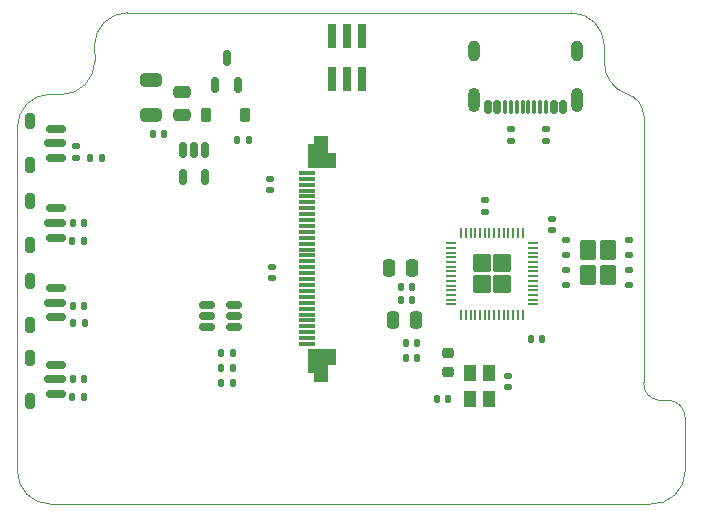
<source format=gbr>
%TF.GenerationSoftware,KiCad,Pcbnew,8.0.1*%
%TF.CreationDate,2024-07-24T10:43:19-04:00*%
%TF.ProjectId,bitaxe-ESP-OLED,62697461-7865-42d4-9553-502d4f4c4544,rev?*%
%TF.SameCoordinates,Original*%
%TF.FileFunction,Paste,Bot*%
%TF.FilePolarity,Positive*%
%FSLAX46Y46*%
G04 Gerber Fmt 4.6, Leading zero omitted, Abs format (unit mm)*
G04 Created by KiCad (PCBNEW 8.0.1) date 2024-07-24 10:43:19*
%MOMM*%
%LPD*%
G01*
G04 APERTURE LIST*
G04 Aperture macros list*
%AMRoundRect*
0 Rectangle with rounded corners*
0 $1 Rounding radius*
0 $2 $3 $4 $5 $6 $7 $8 $9 X,Y pos of 4 corners*
0 Add a 4 corners polygon primitive as box body*
4,1,4,$2,$3,$4,$5,$6,$7,$8,$9,$2,$3,0*
0 Add four circle primitives for the rounded corners*
1,1,$1+$1,$2,$3*
1,1,$1+$1,$4,$5*
1,1,$1+$1,$6,$7*
1,1,$1+$1,$8,$9*
0 Add four rect primitives between the rounded corners*
20,1,$1+$1,$2,$3,$4,$5,0*
20,1,$1+$1,$4,$5,$6,$7,0*
20,1,$1+$1,$6,$7,$8,$9,0*
20,1,$1+$1,$8,$9,$2,$3,0*%
G04 Aperture macros list end*
%ADD10C,0.010000*%
%ADD11RoundRect,0.250000X0.475000X-0.250000X0.475000X0.250000X-0.475000X0.250000X-0.475000X-0.250000X0*%
%ADD12R,1.400000X0.300000*%
%ADD13RoundRect,0.135000X-0.185000X0.135000X-0.185000X-0.135000X0.185000X-0.135000X0.185000X0.135000X0*%
%ADD14RoundRect,0.200000X0.200000X-0.450000X0.200000X0.450000X-0.200000X0.450000X-0.200000X-0.450000X0*%
%ADD15O,1.750000X0.740000*%
%ADD16RoundRect,0.150000X0.750000X-0.150000X0.750000X0.150000X-0.750000X0.150000X-0.750000X-0.150000X0*%
%ADD17RoundRect,0.135000X-0.135000X-0.185000X0.135000X-0.185000X0.135000X0.185000X-0.135000X0.185000X0*%
%ADD18RoundRect,0.250000X0.250000X0.475000X-0.250000X0.475000X-0.250000X-0.475000X0.250000X-0.475000X0*%
%ADD19R,1.100000X1.400000*%
%ADD20RoundRect,0.140000X-0.140000X-0.170000X0.140000X-0.170000X0.140000X0.170000X-0.140000X0.170000X0*%
%ADD21RoundRect,0.140000X-0.170000X0.140000X-0.170000X-0.140000X0.170000X-0.140000X0.170000X0.140000X0*%
%ADD22RoundRect,0.140000X0.170000X-0.140000X0.170000X0.140000X-0.170000X0.140000X-0.170000X-0.140000X0*%
%ADD23RoundRect,0.150000X-0.150000X-0.425000X0.150000X-0.425000X0.150000X0.425000X-0.150000X0.425000X0*%
%ADD24RoundRect,0.075000X-0.075000X-0.500000X0.075000X-0.500000X0.075000X0.500000X-0.075000X0.500000X0*%
%ADD25O,1.000000X1.800000*%
%ADD26O,1.000000X2.100000*%
%ADD27RoundRect,0.150000X-0.150000X0.512500X-0.150000X-0.512500X0.150000X-0.512500X0.150000X0.512500X0*%
%ADD28RoundRect,0.135000X0.135000X0.185000X-0.135000X0.185000X-0.135000X-0.185000X0.135000X-0.185000X0*%
%ADD29RoundRect,0.249999X-0.524597X-0.524597X0.524597X-0.524597X0.524597X0.524597X-0.524597X0.524597X0*%
%ADD30RoundRect,0.050000X-0.350000X-0.050000X0.350000X-0.050000X0.350000X0.050000X-0.350000X0.050000X0*%
%ADD31RoundRect,0.050000X-0.050000X-0.350000X0.050000X-0.350000X0.050000X0.350000X-0.050000X0.350000X0*%
%ADD32RoundRect,0.150000X0.150000X-0.512500X0.150000X0.512500X-0.150000X0.512500X-0.150000X-0.512500X0*%
%ADD33RoundRect,0.250000X0.435000X0.615000X-0.435000X0.615000X-0.435000X-0.615000X0.435000X-0.615000X0*%
%ADD34RoundRect,0.125000X0.250000X0.125000X-0.250000X0.125000X-0.250000X-0.125000X0.250000X-0.125000X0*%
%ADD35RoundRect,0.218750X0.256250X-0.218750X0.256250X0.218750X-0.256250X0.218750X-0.256250X-0.218750X0*%
%ADD36RoundRect,0.140000X0.140000X0.170000X-0.140000X0.170000X-0.140000X-0.170000X0.140000X-0.170000X0*%
%ADD37RoundRect,0.225000X-0.225000X-0.375000X0.225000X-0.375000X0.225000X0.375000X-0.225000X0.375000X0*%
%ADD38RoundRect,0.250000X0.650000X-0.325000X0.650000X0.325000X-0.650000X0.325000X-0.650000X-0.325000X0*%
%ADD39R,0.750000X2.100000*%
%ADD40RoundRect,0.150000X-0.512500X-0.150000X0.512500X-0.150000X0.512500X0.150000X-0.512500X0.150000X0*%
%TA.AperFunction,Profile*%
%ADD41C,0.100000*%
%TD*%
G04 APERTURE END LIST*
D10*
%TO.C,J4*%
X156300000Y-74050000D02*
X157000000Y-74050000D01*
X157000000Y-75300000D01*
X154700000Y-75300000D01*
X154700000Y-73350000D01*
X155200000Y-73350000D01*
X155200000Y-72650000D01*
X156300000Y-72650000D01*
X156300000Y-74050000D01*
G36*
X156300000Y-74050000D02*
G01*
X157000000Y-74050000D01*
X157000000Y-75300000D01*
X154700000Y-75300000D01*
X154700000Y-73350000D01*
X155200000Y-73350000D01*
X155200000Y-72650000D01*
X156300000Y-72650000D01*
X156300000Y-74050000D01*
G37*
X157000000Y-91950000D02*
X156300000Y-91950000D01*
X156300000Y-93350000D01*
X155200000Y-93350000D01*
X155200000Y-92650000D01*
X154700000Y-92650000D01*
X154700000Y-90700000D01*
X157000000Y-90700000D01*
X157000000Y-91950000D01*
G36*
X157000000Y-91950000D02*
G01*
X156300000Y-91950000D01*
X156300000Y-93350000D01*
X155200000Y-93350000D01*
X155200000Y-92650000D01*
X154700000Y-92650000D01*
X154700000Y-90700000D01*
X157000000Y-90700000D01*
X157000000Y-91950000D01*
G37*
%TD*%
D11*
%TO.C,C15*%
X144050000Y-70850000D03*
X144050000Y-68950000D03*
%TD*%
D12*
%TO.C,J4*%
X154600000Y-75750000D03*
X154600000Y-76250000D03*
X154600000Y-76750000D03*
X154600000Y-77250000D03*
X154600000Y-77750000D03*
X154600000Y-78250000D03*
X154600000Y-78750000D03*
X154600000Y-79250000D03*
X154600000Y-79750000D03*
X154600000Y-80250000D03*
X154600000Y-80750000D03*
X154600000Y-81250000D03*
X154600000Y-81750000D03*
X154600000Y-82250000D03*
X154600000Y-82750000D03*
X154600000Y-83250000D03*
X154600000Y-83750000D03*
X154600000Y-84250000D03*
X154600000Y-84750000D03*
X154600000Y-85250000D03*
X154600000Y-85750000D03*
X154600000Y-86250000D03*
X154600000Y-86750000D03*
X154600000Y-87250000D03*
X154600000Y-87750000D03*
X154600000Y-88250000D03*
X154600000Y-88750000D03*
X154600000Y-89250000D03*
X154600000Y-89750000D03*
X154600000Y-90250000D03*
%TD*%
D13*
%TO.C,R6*%
X174850000Y-72040000D03*
X174850000Y-73060000D03*
%TD*%
D14*
%TO.C,SW4*%
X131150000Y-95100000D03*
X131150000Y-91400000D03*
D15*
X133350000Y-94480000D03*
X133350000Y-92020000D03*
D16*
X133250000Y-93250000D03*
%TD*%
D14*
%TO.C,SW2*%
X131150000Y-88600000D03*
X131150000Y-84900000D03*
D15*
X133350000Y-87980000D03*
X133350000Y-85520000D03*
D16*
X133250000Y-86750000D03*
%TD*%
D13*
%TO.C,R5*%
X171850000Y-72040000D03*
X171850000Y-73060000D03*
%TD*%
D17*
%TO.C,R10*%
X147290000Y-93550000D03*
X148310000Y-93550000D03*
%TD*%
D18*
%TO.C,C4*%
X163800000Y-88200000D03*
X161900000Y-88200000D03*
%TD*%
D19*
%TO.C,Y1*%
X170000000Y-92700000D03*
X170000000Y-94900000D03*
X168400000Y-94900000D03*
X168400000Y-92700000D03*
%TD*%
D14*
%TO.C,SW3*%
X131150000Y-81850000D03*
X131150000Y-78150000D03*
D15*
X133350000Y-81230000D03*
X133350000Y-78770000D03*
D16*
X133250000Y-80000000D03*
%TD*%
D20*
%TO.C,C20*%
X134770000Y-80000000D03*
X135730000Y-80000000D03*
%TD*%
D21*
%TO.C,C1*%
X135000000Y-73520000D03*
X135000000Y-74480000D03*
%TD*%
D22*
%TO.C,C7*%
X171650000Y-93900000D03*
X171650000Y-92940000D03*
%TD*%
D23*
%TO.C,J2*%
X169900000Y-70180000D03*
X170700000Y-70180000D03*
D24*
X171850000Y-70180000D03*
X172850000Y-70180000D03*
X173350000Y-70180000D03*
X174350000Y-70180000D03*
D23*
X175500000Y-70180000D03*
X176300000Y-70180000D03*
X176300000Y-70180000D03*
X175500000Y-70180000D03*
D24*
X174850000Y-70180000D03*
X173850000Y-70180000D03*
X172350000Y-70180000D03*
X171350000Y-70180000D03*
D23*
X170700000Y-70180000D03*
X169900000Y-70180000D03*
D25*
X168780000Y-65425000D03*
D26*
X168780000Y-69605000D03*
D25*
X177420000Y-65425000D03*
D26*
X177420000Y-69605000D03*
%TD*%
D27*
%TO.C,U1*%
X144100000Y-73862500D03*
X145050000Y-73862500D03*
X146000000Y-73862500D03*
X146000000Y-76137500D03*
X144100000Y-76137500D03*
%TD*%
D28*
%TO.C,R1*%
X137210000Y-74500000D03*
X136190000Y-74500000D03*
%TD*%
D29*
%TO.C,U2*%
X169375000Y-83425000D03*
X169375000Y-85175000D03*
X171125000Y-83425000D03*
X171125000Y-85175000D03*
D30*
X166800000Y-86900000D03*
X166800000Y-86500000D03*
X166800000Y-86100000D03*
X166800000Y-85700000D03*
X166800000Y-85300000D03*
X166800000Y-84900000D03*
X166800000Y-84500000D03*
X166800000Y-84100000D03*
X166800000Y-83700000D03*
X166800000Y-83300000D03*
X166800000Y-82900000D03*
X166800000Y-82500000D03*
X166800000Y-82100000D03*
X166800000Y-81700000D03*
D31*
X167650000Y-80850000D03*
X168050000Y-80850000D03*
X168450000Y-80850000D03*
X168850000Y-80850000D03*
X169250000Y-80850000D03*
X169650000Y-80850000D03*
X170050000Y-80850000D03*
X170450000Y-80850000D03*
X170850000Y-80850000D03*
X171250000Y-80850000D03*
X171650000Y-80850000D03*
X172050000Y-80850000D03*
X172450000Y-80850000D03*
X172850000Y-80850000D03*
D30*
X173700000Y-81700000D03*
X173700000Y-82100000D03*
X173700000Y-82500000D03*
X173700000Y-82900000D03*
X173700000Y-83300000D03*
X173700000Y-83700000D03*
X173700000Y-84100000D03*
X173700000Y-84500000D03*
X173700000Y-84900000D03*
X173700000Y-85300000D03*
X173700000Y-85700000D03*
X173700000Y-86100000D03*
X173700000Y-86500000D03*
X173700000Y-86900000D03*
D31*
X172850000Y-87750000D03*
X172450000Y-87750000D03*
X172050000Y-87750000D03*
X171650000Y-87750000D03*
X171250000Y-87750000D03*
X170850000Y-87750000D03*
X170450000Y-87750000D03*
X170050000Y-87750000D03*
X169650000Y-87750000D03*
X169250000Y-87750000D03*
X168850000Y-87750000D03*
X168450000Y-87750000D03*
X168050000Y-87750000D03*
X167650000Y-87750000D03*
%TD*%
D32*
%TO.C,Q1*%
X148750000Y-68287500D03*
X146850000Y-68287500D03*
X147800000Y-66012500D03*
%TD*%
D18*
%TO.C,C9*%
X163450000Y-83800000D03*
X161550000Y-83800000D03*
%TD*%
D17*
%TO.C,R9*%
X147290000Y-92250000D03*
X148310000Y-92250000D03*
%TD*%
D21*
%TO.C,C18*%
X151650000Y-83720000D03*
X151650000Y-84680000D03*
%TD*%
D33*
%TO.C,U4*%
X180050000Y-84430000D03*
X180050000Y-82280000D03*
X178350000Y-84430000D03*
X178350000Y-82280000D03*
D34*
X181900000Y-81450000D03*
X181900000Y-82720000D03*
X181900000Y-83990000D03*
X181900000Y-85260000D03*
X176500000Y-85260000D03*
X176500000Y-83990000D03*
X176500000Y-82720000D03*
X176500000Y-81450000D03*
%TD*%
D28*
%TO.C,R4*%
X135760000Y-94750000D03*
X134740000Y-94750000D03*
%TD*%
D35*
%TO.C,L1*%
X166550000Y-92587500D03*
X166550000Y-91012500D03*
%TD*%
D22*
%TO.C,C6*%
X169650000Y-79030000D03*
X169650000Y-78070000D03*
%TD*%
D28*
%TO.C,R3*%
X135760000Y-81500000D03*
X134740000Y-81500000D03*
%TD*%
D36*
%TO.C,C16*%
X142530000Y-72500000D03*
X141570000Y-72500000D03*
%TD*%
D37*
%TO.C,D1*%
X146050000Y-70850000D03*
X149350000Y-70850000D03*
%TD*%
D36*
%TO.C,C13*%
X163930000Y-91450000D03*
X162970000Y-91450000D03*
%TD*%
%TO.C,C11*%
X163930000Y-90200000D03*
X162970000Y-90200000D03*
%TD*%
%TO.C,C5*%
X163530000Y-86550000D03*
X162570000Y-86550000D03*
%TD*%
%TO.C,C10*%
X174530000Y-89850000D03*
X173570000Y-89850000D03*
%TD*%
D28*
%TO.C,R2*%
X135770000Y-88500000D03*
X134750000Y-88500000D03*
%TD*%
D20*
%TO.C,C2*%
X134760000Y-87000000D03*
X135720000Y-87000000D03*
%TD*%
%TO.C,C8*%
X165570000Y-94900000D03*
X166530000Y-94900000D03*
%TD*%
D28*
%TO.C,R7*%
X149710000Y-72950000D03*
X148690000Y-72950000D03*
%TD*%
D20*
%TO.C,C3*%
X134770000Y-93200000D03*
X135730000Y-93200000D03*
%TD*%
D14*
%TO.C,SW1*%
X131150000Y-75100000D03*
X131150000Y-71400000D03*
D15*
X133350000Y-74480000D03*
X133350000Y-72020000D03*
D16*
X133250000Y-73250000D03*
%TD*%
D38*
%TO.C,C14*%
X141350000Y-70825000D03*
X141350000Y-67875000D03*
%TD*%
D36*
%TO.C,C12*%
X163530000Y-85400000D03*
X162570000Y-85400000D03*
%TD*%
D39*
%TO.C,J1*%
X159270000Y-64200000D03*
X159270000Y-67800000D03*
X158000000Y-64200000D03*
X158000000Y-67800000D03*
X156730000Y-64200000D03*
X156730000Y-67800000D03*
%TD*%
D17*
%TO.C,R8*%
X147290000Y-91000000D03*
X148310000Y-91000000D03*
%TD*%
D21*
%TO.C,C17*%
X151450000Y-76270000D03*
X151450000Y-77230000D03*
%TD*%
D22*
%TO.C,C19*%
X175300000Y-80630000D03*
X175300000Y-79670000D03*
%TD*%
D40*
%TO.C,U3*%
X146162500Y-88812500D03*
X146162500Y-87862500D03*
X146162500Y-86912500D03*
X148437500Y-86912500D03*
X148437500Y-87862500D03*
X148437500Y-88812500D03*
%TD*%
D41*
X132873000Y-103800000D02*
G75*
G02*
X130073000Y-101000000I0J2800000D01*
G01*
X176970101Y-62204899D02*
X139400000Y-62200000D01*
X186624568Y-100999053D02*
G75*
G02*
X183647004Y-103799936I-2818968J13653D01*
G01*
X130079899Y-71879899D02*
G75*
G02*
X132879899Y-69079899I2800001J-1D01*
G01*
X132873000Y-103800000D02*
X183647000Y-103800000D01*
X136600000Y-65000000D02*
G75*
G02*
X139400000Y-62200000I2800000J0D01*
G01*
X133820101Y-69120101D02*
X132879899Y-69079899D01*
X136600000Y-65000000D02*
X136620101Y-66320101D01*
X181675506Y-69070019D02*
G75*
G02*
X179779900Y-66420101I904394J2649919D01*
G01*
X181675506Y-69070020D02*
G75*
G02*
X183102045Y-70950000I-525506J-1879980D01*
G01*
X186620000Y-96500000D02*
X186620000Y-101000000D01*
X130079899Y-71879899D02*
X130073000Y-101000000D01*
X184400000Y-95000000D02*
X185120000Y-95000000D01*
X183102045Y-70950000D02*
X183100000Y-93500000D01*
X136620101Y-66320101D02*
G75*
G02*
X133820101Y-69120101I-2800001J1D01*
G01*
X176970101Y-62204899D02*
G75*
G02*
X179770101Y-65004899I-1J-2800001D01*
G01*
X184400000Y-94999999D02*
G75*
G02*
X183100001Y-93500000I100000J1399999D01*
G01*
X179770101Y-65004899D02*
X179779899Y-66420101D01*
X185120000Y-95000000D02*
G75*
G02*
X186620000Y-96500000I0J-1500000D01*
G01*
M02*

</source>
